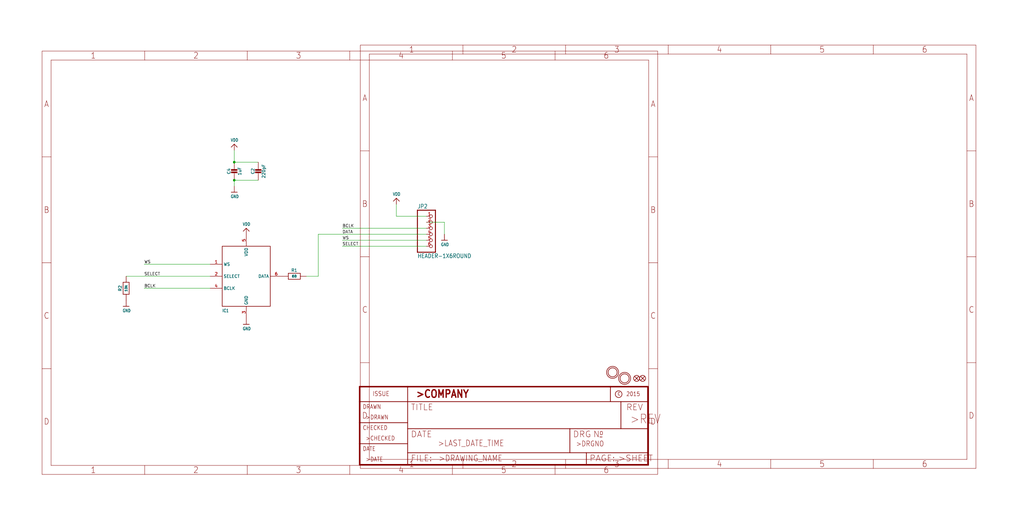
<source format=kicad_sch>
(kicad_sch (version 20211123) (generator eeschema)
  (paper "User" 433.07 220.421)
  (lib_symbols
    (symbol "schematicEagle-eagle-import:CAP_CERAMIC0805-NOOUTLINE"
      (property "Reference" "C" (at -2.29 1.25 90))
      (property "Value" "CAP_CERAMIC0805-NOOUTLINE" (at 2.3 1.25 90))
      (symbol "CAP_CERAMIC0805-NOOUTLINE_1_0"
        (rectangle (start -1.27 0.508) (end 1.27 1.016) (fill (type outline)))
        (rectangle (start -1.27 1.524) (end 1.27 2.032) (fill (type outline)))
        (polyline (pts (xy 0 0.762) (xy 0 0)) (stroke (width 0.1524)))
        (polyline (pts (xy 0 2.54) (xy 0 1.778)) (stroke (width 0.1524)))
        (pin passive line (at 0 5.08 270) (length 2.54) (name "1") (number "1"))
        (pin passive line (at 0 -2.54 90) (length 2.54) (name "2") (number "2"))
      )
    )
    (symbol "schematicEagle-eagle-import:FIDUCIAL_1MM"
      (symbol "FIDUCIAL_1MM_1_0"
        (polyline (pts (xy -0.762 0.762) (xy 0.762 -0.762)) (stroke (width 0.254)))
        (polyline (pts (xy 0.762 0.762) (xy -0.762 -0.762)) (stroke (width 0.254)))
        (circle (center 0 0) (radius 1.27) (stroke (width 0.254)))
      )
    )
    (symbol "schematicEagle-eagle-import:FRAME_A4"
      (symbol "FRAME_A4_0_0"
        (polyline (pts (xy 0 44.7675) (xy 3.81 44.7675)))
        (polyline (pts (xy 0 89.535) (xy 3.81 89.535)))
        (polyline (pts (xy 0 134.3025) (xy 3.81 134.3025)))
        (polyline (pts (xy 3.81 3.81) (xy 3.81 175.26)))
        (polyline (pts (xy 43.3917 0) (xy 43.3917 3.81)))
        (polyline (pts (xy 43.3917 175.26) (xy 43.3917 179.07)))
        (polyline (pts (xy 86.7833 0) (xy 86.7833 3.81)))
        (polyline (pts (xy 86.7833 175.26) (xy 86.7833 179.07)))
        (polyline (pts (xy 130.175 0) (xy 130.175 3.81)))
        (polyline (pts (xy 130.175 175.26) (xy 130.175 179.07)))
        (polyline (pts (xy 173.5667 0) (xy 173.5667 3.81)))
        (polyline (pts (xy 173.5667 175.26) (xy 173.5667 179.07)))
        (polyline (pts (xy 216.9583 0) (xy 216.9583 3.81)))
        (polyline (pts (xy 216.9583 175.26) (xy 216.9583 179.07)))
        (polyline (pts (xy 256.54 3.81) (xy 3.81 3.81)))
        (polyline (pts (xy 256.54 3.81) (xy 256.54 175.26)))
        (polyline (pts (xy 256.54 44.7675) (xy 260.35 44.7675)))
        (polyline (pts (xy 256.54 89.535) (xy 260.35 89.535)))
        (polyline (pts (xy 256.54 134.3025) (xy 260.35 134.3025)))
        (polyline (pts (xy 256.54 175.26) (xy 3.81 175.26)))
        (polyline (pts (xy 0 0) (xy 260.35 0) (xy 260.35 179.07) (xy 0 179.07) (xy 0 0)))
        (text "1" (at 21.6958 1.905 0) (effects (font (size 2.54 2.286))))
        (text "1" (at 21.6958 177.165 0) (effects (font (size 2.54 2.286))))
        (text "2" (at 65.0875 1.905 0) (effects (font (size 2.54 2.286))))
        (text "2" (at 65.0875 177.165 0) (effects (font (size 2.54 2.286))))
        (text "3" (at 108.4792 1.905 0) (effects (font (size 2.54 2.286))))
        (text "3" (at 108.4792 177.165 0) (effects (font (size 2.54 2.286))))
        (text "4" (at 151.8708 1.905 0) (effects (font (size 2.54 2.286))))
        (text "4" (at 151.8708 177.165 0) (effects (font (size 2.54 2.286))))
        (text "5" (at 195.2625 1.905 0) (effects (font (size 2.54 2.286))))
        (text "5" (at 195.2625 177.165 0) (effects (font (size 2.54 2.286))))
        (text "6" (at 238.6542 1.905 0) (effects (font (size 2.54 2.286))))
        (text "6" (at 238.6542 177.165 0) (effects (font (size 2.54 2.286))))
        (text "A" (at 1.905 156.6863 0) (effects (font (size 2.54 2.286))))
        (text "A" (at 258.445 156.6863 0) (effects (font (size 2.54 2.286))))
        (text "B" (at 1.905 111.9188 0) (effects (font (size 2.54 2.286))))
        (text "B" (at 258.445 111.9188 0) (effects (font (size 2.54 2.286))))
        (text "C" (at 1.905 67.1513 0) (effects (font (size 2.54 2.286))))
        (text "C" (at 258.445 67.1513 0) (effects (font (size 2.54 2.286))))
        (text "D" (at 1.905 22.3838 0) (effects (font (size 2.54 2.286))))
        (text "D" (at 258.445 22.3838 0) (effects (font (size 2.54 2.286))))
      )
      (symbol "FRAME_A4_1_0"
        (polyline (pts (xy 256.54 3.81) (xy 256.54 8.89)) (stroke (width 0.1016)))
        (polyline (pts (xy 256.54 8.89) (xy 256.54 13.97)) (stroke (width 0.1016)))
        (polyline (pts (xy 256.54 13.97) (xy 256.54 19.05)) (stroke (width 0.1016)))
        (polyline (pts (xy 256.54 19.05) (xy 256.54 36.83)) (stroke (width 0.1016)))
      )
      (symbol "FRAME_A4_2_0"
        (polyline (pts (xy -0.3048 1.5748) (xy 20.0152 1.5748)) (stroke (width 0.6096)))
        (polyline (pts (xy -0.3048 10.4648) (xy -0.3048 1.5748)) (stroke (width 0.6096)))
        (polyline (pts (xy -0.3048 10.4648) (xy 20.0152 10.4648)) (stroke (width 0.3048)))
        (polyline (pts (xy -0.3048 19.3548) (xy -0.3048 10.4648)) (stroke (width 0.6096)))
        (polyline (pts (xy -0.3048 19.3548) (xy 20.0152 19.3548)) (stroke (width 0.3048)))
        (polyline (pts (xy -0.3048 28.2448) (xy -0.3048 19.3548)) (stroke (width 0.6096)))
        (polyline (pts (xy -0.3048 28.2448) (xy 20.0152 28.2448)) (stroke (width 0.3048)))
        (polyline (pts (xy -0.3048 34.5948) (xy -0.3048 28.2448)) (stroke (width 0.6096)))
        (polyline (pts (xy 20.0152 1.5748) (xy 20.0152 6.6548)) (stroke (width 0.3048)))
        (polyline (pts (xy 20.0152 1.5748) (xy 95.5802 1.5748)) (stroke (width 0.6096)))
        (polyline (pts (xy 20.0152 6.6548) (xy 20.0152 10.4648)) (stroke (width 0.3048)))
        (polyline (pts (xy 20.0152 6.6548) (xy 88.5952 6.6548)) (stroke (width 0.3048)))
        (polyline (pts (xy 20.0152 10.4648) (xy 20.0152 16.8148)) (stroke (width 0.3048)))
        (polyline (pts (xy 20.0152 16.8148) (xy 20.0152 19.3548)) (stroke (width 0.3048)))
        (polyline (pts (xy 20.0152 19.3548) (xy 20.0152 28.2448)) (stroke (width 0.3048)))
        (polyline (pts (xy 20.0152 28.2448) (xy 20.0152 34.5948)) (stroke (width 0.3048)))
        (polyline (pts (xy 20.0152 28.2448) (xy 105.7402 28.2448)) (stroke (width 0.3048)))
        (polyline (pts (xy 20.0152 34.5948) (xy -0.3048 34.5948)) (stroke (width 0.6096)))
        (polyline (pts (xy 88.5952 6.6548) (xy 95.5802 6.6548)) (stroke (width 0.3048)))
        (polyline (pts (xy 88.5952 16.8148) (xy 20.0152 16.8148)) (stroke (width 0.3048)))
        (polyline (pts (xy 88.5952 16.8148) (xy 88.5952 6.6548)) (stroke (width 0.3048)))
        (polyline (pts (xy 95.5802 1.5748) (xy 121.6152 1.5748)) (stroke (width 0.6096)))
        (polyline (pts (xy 95.5802 6.6548) (xy 95.5802 1.5748)) (stroke (width 0.3048)))
        (polyline (pts (xy 95.5802 6.6548) (xy 121.6152 6.6548)) (stroke (width 0.3048)))
        (polyline (pts (xy 101.2952 13.3223) (xy 102.2477 13.3223)) (stroke (width 0.254)))
        (polyline (pts (xy 105.7402 28.2448) (xy 105.7402 34.5948)) (stroke (width 0.3048)))
        (polyline (pts (xy 105.7402 28.2448) (xy 110.1852 28.2448)) (stroke (width 0.3048)))
        (polyline (pts (xy 105.7402 34.5948) (xy 20.0152 34.5948)) (stroke (width 0.6096)))
        (polyline (pts (xy 110.1852 16.8148) (xy 88.5952 16.8148)) (stroke (width 0.3048)))
        (polyline (pts (xy 110.1852 28.2448) (xy 110.1852 16.8148)) (stroke (width 0.3048)))
        (polyline (pts (xy 110.1852 28.2448) (xy 121.6152 28.2448)) (stroke (width 0.3048)))
        (polyline (pts (xy 121.6152 6.6548) (xy 121.6152 1.5748)) (stroke (width 0.6096)))
        (polyline (pts (xy 121.6152 16.8148) (xy 110.1852 16.8148)) (stroke (width 0.3048)))
        (polyline (pts (xy 121.6152 16.8148) (xy 121.6152 6.6548)) (stroke (width 0.6096)))
        (polyline (pts (xy 121.6152 28.2448) (xy 121.6152 16.8148)) (stroke (width 0.6096)))
        (polyline (pts (xy 121.6152 34.5948) (xy 105.7402 34.5948)) (stroke (width 0.6096)))
        (polyline (pts (xy 121.6152 34.5948) (xy 121.6152 28.2448)) (stroke (width 0.6096)))
        (circle (center 109.2327 31.4198) (radius 1.4199) (stroke (width 0.254)))
        (text "2015" (at 112.4077 30.4673 0) (effects (font (size 1.778 1.5113)) (justify left bottom)))
        (text ">CHECKED" (at 2.2352 11.7348 0) (effects (font (size 1.778 1.5113)) (justify left bottom)))
        (text ">COMPANY" (at 23.349 29.6735 0) (effects (font (size 3.175 2.6987) (thickness 0.5397) bold) (justify left bottom)))
        (text ">DATE" (at 2.2352 2.8448 0) (effects (font (size 1.778 1.5113)) (justify left bottom)))
        (text ">DRAWING_NAME" (at 33.0327 2.8448 0) (effects (font (size 2.54 2.159)) (justify left bottom)))
        (text ">DRAWN" (at 2.2352 20.6248 0) (effects (font (size 1.778 1.5113)) (justify left bottom)))
        (text ">DRGNO" (at 91.1352 9.1948 0) (effects (font (size 2.1844 1.8567)) (justify left bottom)))
        (text ">LAST_DATE_TIME" (at 32.7152 9.1948 0) (effects (font (size 2.54 2.159)) (justify left bottom)))
        (text ">REV" (at 113.9952 18.7198 0) (effects (font (size 3.81 3.2385)) (justify left bottom)))
        (text ">SHEET" (at 108.9152 2.8448 0) (effects (font (size 2.54 2.54)) (justify left bottom)))
        (text "C" (at 108.7564 30.7848 0) (effects (font (size 1.27 1.0795)) (justify left bottom)))
        (text "CHECKED" (at 0.9652 16.1798 0) (effects (font (size 1.778 1.5113)) (justify left bottom)))
        (text "DATE" (at 0.9652 7.2898 0) (effects (font (size 1.778 1.5113)) (justify left bottom)))
        (text "DATE" (at 21.2852 13.0048 0) (effects (font (size 2.54 2.54)) (justify left bottom)))
        (text "DRAWN" (at 0.9652 25.0698 0) (effects (font (size 1.778 1.5113)) (justify left bottom)))
        (text "DRG" (at 89.8652 13.0048 0) (effects (font (size 2.54 2.54)) (justify left bottom)))
        (text "FILE:" (at 21.2852 2.8448 0) (effects (font (size 2.54 2.54)) (justify left bottom)))
        (text "ISSUE" (at 5.0927 30.4673 0) (effects (font (size 1.9304 1.6408)) (justify left bottom)))
        (text "N" (at 98.4377 13.0048 0) (effects (font (size 2.54 2.54)) (justify left bottom)))
        (text "o" (at 100.9777 13.9573 0) (effects (font (size 2.1844 1.8567)) (justify left bottom)))
        (text "PAGE:" (at 96.8502 2.8448 0) (effects (font (size 2.54 2.54)) (justify left bottom)))
        (text "REV" (at 112.4077 24.4348 0) (effects (font (size 2.54 2.54)) (justify left bottom)))
        (text "TITLE" (at 21.2852 24.4348 0) (effects (font (size 2.54 2.54)) (justify left bottom)))
      )
    )
    (symbol "schematicEagle-eagle-import:GND" (power)
      (property "Value" "GND" (at -1.524 -2.54 0))
      (symbol "GND_1_0"
        (polyline (pts (xy -1.27 0) (xy 1.27 0)) (stroke (width 0.254)))
        (pin power_in line (at 0 2.54 270) (length 2.54) (name "GND") (number "1"))
      )
    )
    (symbol "schematicEagle-eagle-import:HEADER-1X6ROUND"
      (property "Reference" "JP" (at -6.35 10.795 0))
      (property "Value" "HEADER-1X6ROUND" (at -6.35 -10.16 0))
      (symbol "HEADER-1X6ROUND_1_0"
        (polyline (pts (xy -6.35 -7.62) (xy 1.27 -7.62)) (stroke (width 0.4064)))
        (polyline (pts (xy -6.35 10.16) (xy -6.35 -7.62)) (stroke (width 0.4064)))
        (polyline (pts (xy 1.27 -7.62) (xy 1.27 10.16)) (stroke (width 0.4064)))
        (polyline (pts (xy 1.27 10.16) (xy -6.35 10.16)) (stroke (width 0.4064)))
        (pin passive inverted (at -2.54 7.62 0) (length 2.54) (name "1") (number "1"))
        (pin passive inverted (at -2.54 5.08 0) (length 2.54) (name "2") (number "2"))
        (pin passive inverted (at -2.54 2.54 0) (length 2.54) (name "3") (number "3"))
        (pin passive inverted (at -2.54 0 0) (length 2.54) (name "4") (number "4"))
        (pin passive inverted (at -2.54 -2.54 0) (length 2.54) (name "5") (number "5"))
        (pin passive inverted (at -2.54 -5.08 0) (length 2.54) (name "6") (number "6"))
      )
    )
    (symbol "schematicEagle-eagle-import:MIC_I2S_SPH0645"
      (property "Reference" "IC" (at -10.16 -15.24 0))
      (symbol "MIC_I2S_SPH0645_1_0"
        (polyline (pts (xy -10.16 -12.7) (xy -10.16 12.7)) (stroke (width 0.254)))
        (polyline (pts (xy -10.16 12.7) (xy 10.16 12.7)) (stroke (width 0.254)))
        (polyline (pts (xy 10.16 -12.7) (xy -10.16 -12.7)) (stroke (width 0.254)))
        (polyline (pts (xy 10.16 12.7) (xy 10.16 -12.7)) (stroke (width 0.254)))
        (pin input line (at -15.24 5.08 0) (length 5.08) (name "WS") (number "1"))
        (pin input line (at -15.24 0 0) (length 5.08) (name "SELECT") (number "2"))
        (pin power_in line (at 0 -17.78 90) (length 5.08) (name "GND") (number "3"))
        (pin input line (at -15.24 -5.08 0) (length 5.08) (name "BCLK") (number "4"))
        (pin power_in line (at 0 17.78 270) (length 5.08) (name "VDD") (number "5"))
        (pin output line (at 15.24 0 180) (length 5.08) (name "DATA") (number "6"))
      )
    )
    (symbol "schematicEagle-eagle-import:MOUNTINGHOLE2.5"
      (symbol "MOUNTINGHOLE2.5_1_0"
        (circle (center 0 0) (radius 1.905) (stroke (width 0.254)))
        (circle (center 0 0) (radius 2.54) (stroke (width 0.254)))
      )
    )
    (symbol "schematicEagle-eagle-import:RESISTOR_0603_NOOUT"
      (property "Reference" "R" (at 0 2.54 0))
      (property "Value" "RESISTOR_0603_NOOUT" (at 0 0 0))
      (symbol "RESISTOR_0603_NOOUT_1_0"
        (polyline (pts (xy -2.54 -1.27) (xy -2.54 1.27)) (stroke (width 0.254)))
        (polyline (pts (xy -2.54 1.27) (xy 2.54 1.27)) (stroke (width 0.254)))
        (polyline (pts (xy 2.54 -1.27) (xy -2.54 -1.27)) (stroke (width 0.254)))
        (polyline (pts (xy 2.54 1.27) (xy 2.54 -1.27)) (stroke (width 0.254)))
        (pin passive line (at -5.08 0 0) (length 2.54) (name "1") (number "1"))
        (pin passive line (at 5.08 0 180) (length 2.54) (name "2") (number "2"))
      )
    )
    (symbol "schematicEagle-eagle-import:VDD" (power)
      (property "Value" "VDD" (at -1.524 1.016 0))
      (symbol "VDD_1_0"
        (polyline (pts (xy -1.27 -1.27) (xy 0 0)) (stroke (width 0.254)))
        (polyline (pts (xy 0 0) (xy 1.27 -1.27)) (stroke (width 0.254)))
        (pin power_in line (at 0 -2.54 90) (length 2.54) (name "VDD") (number "1"))
      )
    )
  )
  (junction (at 99.06 68.58))
  (junction (at 99.06 76.2))
  (wire (pts (xy 180.34 93.98) (xy 187.96 93.98)))
  (wire (pts (xy 180.34 104.14) (xy 144.78 104.14)))
  (wire (pts (xy 180.34 96.52) (xy 144.78 96.52)))
  (wire (pts (xy 88.9 116.84) (xy 53.34 116.84)))
  (wire (pts (xy 144.78 101.6) (xy 180.34 101.6)))
  (wire (pts (xy 167.64 91.44) (xy 167.64 86.36)))
  (wire (pts (xy 187.96 93.98) (xy 187.96 99.06)))
  (wire (pts (xy 109.22 68.58) (xy 99.06 68.58)))
  (wire (pts (xy 134.62 116.84) (xy 134.62 99.06)))
  (wire (pts (xy 167.64 91.44) (xy 180.34 91.44)))
  (wire (pts (xy 180.34 99.06) (xy 134.62 99.06)))
  (wire (pts (xy 99.06 63.5) (xy 99.06 68.58)))
  (wire (pts (xy 60.96 121.92) (xy 88.9 121.92)))
  (wire (pts (xy 99.06 76.2) (xy 109.22 76.2)))
  (wire (pts (xy 88.9 111.76) (xy 60.96 111.76)))
  (wire (pts (xy 99.06 76.2) (xy 99.06 78.74)))
  (wire (pts (xy 129.54 116.84) (xy 134.62 116.84)))
  (label "SELECT" (at 144.78 104.14 0) (effects (font (size 1.2446 1.2446))))
  (label "BCLK" (at 144.78 96.52 0) (effects (font (size 1.2446 1.2446))))
  (label "SELECT" (at 60.96 116.84 0) (effects (font (size 1.2446 1.2446))))
  (label "WS" (at 144.78 101.6 0) (effects (font (size 1.2446 1.2446))))
  (label "WS" (at 60.96 111.76 0) (effects (font (size 1.2446 1.2446))))
  (label "DATA" (at 144.78 99.06 0) (effects (font (size 1.2446 1.2446))))
  (label "BCLK" (at 60.96 121.92 0) (effects (font (size 1.2446 1.2446))))
  (symbol (lib_id "schematicEagle-eagle-import:VDD") (at 99.06 60.96 0) (unit 1)
    (property "Reference" "#U$8" (effects hide))
    (property "Value" "VDD" (at 97.536 59.944 0) (effects (font (size 1.27 1.0795)) (justify left bottom)))
    (property "Footprint" "schematicEagle:" (effects hide))
  )
  (symbol (lib_id "schematicEagle-eagle-import:HEADER-1X6ROUND") (at 182.88 99.06 0) (unit 1)
    (property "Reference" "JP2" (at 176.53 88.265 0) (effects (font (size 1.778 1.5113)) (justify left bottom)))
    (property "Value" "HEADER-1X6ROUND" (at 176.53 109.22 0) (effects (font (size 1.778 1.5113)) (justify left bottom)))
    (property "Footprint" "schematicEagle:1X06_ROUND" (effects hide))
  )
  (symbol (lib_id "schematicEagle-eagle-import:MOUNTINGHOLE2.5") (at 259.08 157.48 0) (unit 1)
    (property "Reference" "U$6" (effects hide))
    (property "Value" "MOUNTINGHOLE2.5" (effects hide))
    (property "Footprint" "schematicEagle:MOUNTINGHOLE_2.5_PLATED" (effects hide))
  )
  (symbol (lib_id "schematicEagle-eagle-import:VDD") (at 104.14 96.52 0) (unit 1)
    (property "Reference" "#U$2" (effects hide))
    (property "Value" "VDD" (at 102.616 95.504 0) (effects (font (size 1.27 1.0795)) (justify left bottom)))
    (property "Footprint" "schematicEagle:" (effects hide))
  )
  (symbol (lib_id "schematicEagle-eagle-import:GND") (at 53.34 129.54 0) (unit 1)
    (property "Reference" "#U$9" (effects hide))
    (property "Value" "GND" (at 51.816 132.08 0) (effects (font (size 1.27 1.0795)) (justify left bottom)))
    (property "Footprint" "schematicEagle:" (effects hide))
  )
  (symbol (lib_id "schematicEagle-eagle-import:CAP_CERAMIC0805-NOOUTLINE") (at 109.22 73.66 0) (unit 1)
    (property "Reference" "C2" (at 106.93 72.41 90))
    (property "Value" "220pF" (at 111.52 72.41 90))
    (property "Footprint" "schematicEagle:0805-NO" (effects hide))
  )
  (symbol (lib_id "schematicEagle-eagle-import:VDD") (at 167.64 83.82 0) (unit 1)
    (property "Reference" "#U$3" (effects hide))
    (property "Value" "VDD" (at 166.116 82.804 0) (effects (font (size 1.27 1.0795)) (justify left bottom)))
    (property "Footprint" "schematicEagle:" (effects hide))
  )
  (symbol (lib_id "schematicEagle-eagle-import:CAP_CERAMIC0805-NOOUTLINE") (at 99.06 73.66 0) (unit 1)
    (property "Reference" "C4" (at 96.77 72.41 90))
    (property "Value" "1uF" (at 101.36 72.41 90))
    (property "Footprint" "schematicEagle:0805-NO" (effects hide))
  )
  (symbol (lib_id "schematicEagle-eagle-import:GND") (at 99.06 81.28 0) (unit 1)
    (property "Reference" "#U$7" (effects hide))
    (property "Value" "GND" (at 97.536 83.82 0) (effects (font (size 1.27 1.0795)) (justify left bottom)))
    (property "Footprint" "schematicEagle:" (effects hide))
  )
  (symbol (lib_id "schematicEagle-eagle-import:RESISTOR_0603_NOOUT") (at 53.34 121.92 90) (unit 1)
    (property "Reference" "R2" (at 50.8 121.92 0))
    (property "Value" "10k" (at 53.34 121.92 0) (effects (font (size 1.016 1.016) bold)))
    (property "Footprint" "schematicEagle:0603-NO" (effects hide))
  )
  (symbol (lib_id "schematicEagle-eagle-import:MIC_I2S_SPH0645") (at 104.14 116.84 0) (unit 1)
    (property "Reference" "IC1" (at 93.98 132.08 0) (effects (font (size 1.27 1.0795)) (justify left bottom)))
    (property "Value" "MIC_I2S_SPH0645" (effects hide))
    (property "Footprint" "schematicEagle:SPH0645LM4H" (effects hide))
  )
  (symbol (lib_id "schematicEagle-eagle-import:GND") (at 104.14 137.16 0) (unit 1)
    (property "Reference" "#U$1" (effects hide))
    (property "Value" "GND" (at 102.616 139.7 0) (effects (font (size 1.27 1.0795)) (justify left bottom)))
    (property "Footprint" "schematicEagle:" (effects hide))
  )
  (symbol (lib_id "schematicEagle-eagle-import:GND") (at 187.96 101.6 0) (unit 1)
    (property "Reference" "#U$4" (effects hide))
    (property "Value" "GND" (at 186.436 104.14 0) (effects (font (size 1.27 1.0795)) (justify left bottom)))
    (property "Footprint" "schematicEagle:" (effects hide))
  )
  (symbol (lib_id "schematicEagle-eagle-import:FRAME_A4") (at 17.78 200.66 0) (unit 1)
    (property "Reference" "#FRAME1" (effects hide))
    (property "Value" "FRAME_A4" (effects hide))
    (property "Footprint" "schematicEagle:" (effects hide))
  )
  (symbol (lib_id "schematicEagle-eagle-import:RESISTOR_0603_NOOUT") (at 124.46 116.84 0) (unit 1)
    (property "Reference" "R1" (at 124.46 114.3 0))
    (property "Value" "68" (at 124.46 116.84 0) (effects (font (size 1.016 1.016) bold)))
    (property "Footprint" "schematicEagle:0603-NO" (effects hide))
  )
  (symbol (lib_id "schematicEagle-eagle-import:FRAME_A4") (at 152.4 198.12 0) (unit 2)
    (property "Reference" "#FRAME1" (effects hide))
    (property "Value" "FRAME_A4" (effects hide))
    (property "Footprint" "schematicEagle:" (effects hide))
  )
  (symbol (lib_id "schematicEagle-eagle-import:FIDUCIAL_1MM") (at 269.24 160.02 0) (unit 1)
    (property "Reference" "FID2" (effects hide))
    (property "Value" "FIDUCIAL_1MM" (effects hide))
    (property "Footprint" "schematicEagle:FIDUCIAL_1MM" (effects hide))
  )
  (symbol (lib_id "schematicEagle-eagle-import:MOUNTINGHOLE2.5") (at 264.16 160.02 0) (unit 1)
    (property "Reference" "U$12" (effects hide))
    (property "Value" "MOUNTINGHOLE2.5" (effects hide))
    (property "Footprint" "schematicEagle:MOUNTINGHOLE_2.5_PLATED" (effects hide))
  )
  (symbol (lib_id "schematicEagle-eagle-import:FIDUCIAL_1MM") (at 271.78 160.02 0) (unit 1)
    (property "Reference" "FID1" (effects hide))
    (property "Value" "FIDUCIAL_1MM" (effects hide))
    (property "Footprint" "schematicEagle:FIDUCIAL_1MM" (effects hide))
  )
)
</source>
